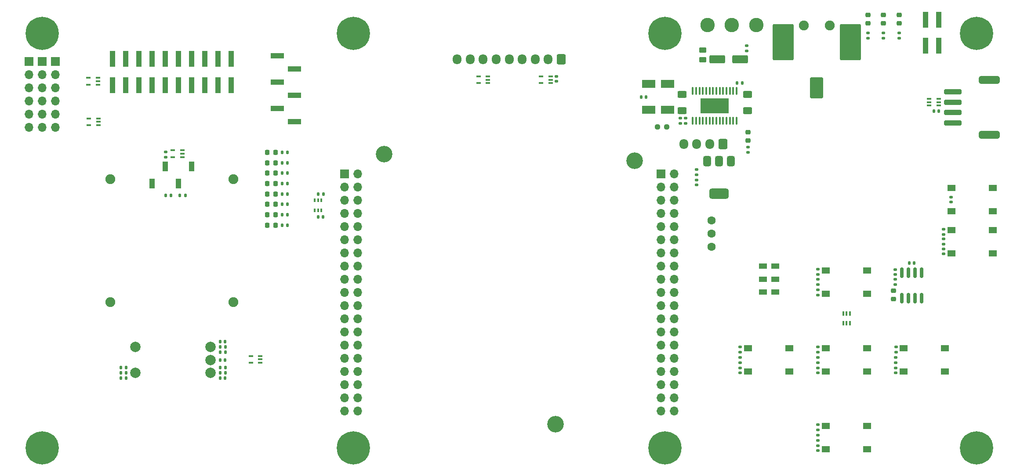
<source format=gbr>
%TF.GenerationSoftware,KiCad,Pcbnew,8.0.4-8.0.4-0~ubuntu22.04.1*%
%TF.CreationDate,2024-08-26T08:57:22+02:00*%
%TF.ProjectId,uC_TP_Boussole_mb,75435f54-505f-4426-9f75-73736f6c655f,rev?*%
%TF.SameCoordinates,Original*%
%TF.FileFunction,Soldermask,Top*%
%TF.FilePolarity,Negative*%
%FSLAX46Y46*%
G04 Gerber Fmt 4.6, Leading zero omitted, Abs format (unit mm)*
G04 Created by KiCad (PCBNEW 8.0.4-8.0.4-0~ubuntu22.04.1) date 2024-08-26 08:57:22*
%MOMM*%
%LPD*%
G01*
G04 APERTURE LIST*
G04 Aperture macros list*
%AMRoundRect*
0 Rectangle with rounded corners*
0 $1 Rounding radius*
0 $2 $3 $4 $5 $6 $7 $8 $9 X,Y pos of 4 corners*
0 Add a 4 corners polygon primitive as box body*
4,1,4,$2,$3,$4,$5,$6,$7,$8,$9,$2,$3,0*
0 Add four circle primitives for the rounded corners*
1,1,$1+$1,$2,$3*
1,1,$1+$1,$4,$5*
1,1,$1+$1,$6,$7*
1,1,$1+$1,$8,$9*
0 Add four rect primitives between the rounded corners*
20,1,$1+$1,$2,$3,$4,$5,0*
20,1,$1+$1,$4,$5,$6,$7,0*
20,1,$1+$1,$6,$7,$8,$9,0*
20,1,$1+$1,$8,$9,$2,$3,0*%
G04 Aperture macros list end*
%ADD10RoundRect,0.135000X0.135000X0.185000X-0.135000X0.185000X-0.135000X-0.185000X0.135000X-0.185000X0*%
%ADD11C,6.400000*%
%ADD12RoundRect,0.100000X-0.325000X0.100000X-0.325000X-0.100000X0.325000X-0.100000X0.325000X0.100000X0*%
%ADD13RoundRect,0.140000X0.140000X0.170000X-0.140000X0.170000X-0.140000X-0.170000X0.140000X-0.170000X0*%
%ADD14RoundRect,0.135000X0.185000X-0.135000X0.185000X0.135000X-0.185000X0.135000X-0.185000X-0.135000X0*%
%ADD15RoundRect,0.218750X-0.218750X-0.256250X0.218750X-0.256250X0.218750X0.256250X-0.218750X0.256250X0*%
%ADD16RoundRect,0.140000X0.170000X-0.140000X0.170000X0.140000X-0.170000X0.140000X-0.170000X-0.140000X0*%
%ADD17R,1.550000X1.300000*%
%ADD18RoundRect,0.100000X-0.100000X-0.325000X0.100000X-0.325000X0.100000X0.325000X-0.100000X0.325000X0*%
%ADD19RoundRect,0.250000X1.250000X0.550000X-1.250000X0.550000X-1.250000X-0.550000X1.250000X-0.550000X0*%
%ADD20RoundRect,0.250000X0.600000X0.725000X-0.600000X0.725000X-0.600000X-0.725000X0.600000X-0.725000X0*%
%ADD21O,1.700000X1.950000*%
%ADD22RoundRect,0.375000X-1.625000X0.375000X-1.625000X-0.375000X1.625000X-0.375000X1.625000X0.375000X0*%
%ADD23RoundRect,0.250000X-1.450000X0.250000X-1.450000X-0.250000X1.450000X-0.250000X1.450000X0.250000X0*%
%ADD24RoundRect,0.135000X-0.185000X0.135000X-0.185000X-0.135000X0.185000X-0.135000X0.185000X0.135000X0*%
%ADD25R,1.700000X1.700000*%
%ADD26O,1.700000X1.700000*%
%ADD27RoundRect,0.218750X-0.256250X0.218750X-0.256250X-0.218750X0.256250X-0.218750X0.256250X0.218750X0*%
%ADD28RoundRect,0.218750X0.256250X-0.218750X0.256250X0.218750X-0.256250X0.218750X-0.256250X-0.218750X0*%
%ADD29RoundRect,0.250000X-1.050000X-0.550000X1.050000X-0.550000X1.050000X0.550000X-1.050000X0.550000X0*%
%ADD30C,2.775000*%
%ADD31RoundRect,0.150000X-0.150000X0.825000X-0.150000X-0.825000X0.150000X-0.825000X0.150000X0.825000X0*%
%ADD32RoundRect,0.250000X-0.450000X0.262500X-0.450000X-0.262500X0.450000X-0.262500X0.450000X0.262500X0*%
%ADD33RoundRect,0.140000X-0.170000X0.140000X-0.170000X-0.140000X0.170000X-0.140000X0.170000X0.140000X0*%
%ADD34R,1.600000X1.000000*%
%ADD35R,2.510000X1.000000*%
%ADD36C,2.000000*%
%ADD37C,1.600000*%
%ADD38RoundRect,0.950000X-0.000010X0.000010X-0.000010X-0.000010X0.000010X-0.000010X0.000010X0.000010X0*%
%ADD39RoundRect,0.200000X1.050000X-1.800000X1.050000X1.800000X-1.050000X1.800000X-1.050000X-1.800000X0*%
%ADD40RoundRect,0.200000X1.800000X-3.300000X1.800000X3.300000X-1.800000X3.300000X-1.800000X-3.300000X0*%
%ADD41C,3.200000*%
%ADD42RoundRect,0.375000X-0.375000X0.625000X-0.375000X-0.625000X0.375000X-0.625000X0.375000X0.625000X0*%
%ADD43RoundRect,0.500000X-1.400000X0.500000X-1.400000X-0.500000X1.400000X-0.500000X1.400000X0.500000X0*%
%ADD44R,1.000000X3.150000*%
%ADD45RoundRect,0.250000X0.625000X-0.400000X0.625000X0.400000X-0.625000X0.400000X-0.625000X-0.400000X0*%
%ADD46RoundRect,0.100000X0.100000X-0.225000X0.100000X0.225000X-0.100000X0.225000X-0.100000X-0.225000X0*%
%ADD47C,1.900000*%
%ADD48R,1.000000X1.900000*%
%ADD49RoundRect,0.135000X-0.135000X-0.185000X0.135000X-0.185000X0.135000X0.185000X-0.135000X0.185000X0*%
%ADD50RoundRect,0.237500X0.250000X0.237500X-0.250000X0.237500X-0.250000X-0.237500X0.250000X-0.237500X0*%
%ADD51RoundRect,0.100000X0.325000X-0.100000X0.325000X0.100000X-0.325000X0.100000X-0.325000X-0.100000X0*%
%ADD52RoundRect,0.140000X-0.140000X-0.170000X0.140000X-0.170000X0.140000X0.170000X-0.140000X0.170000X0*%
%ADD53RoundRect,0.100000X0.100000X-0.637500X0.100000X0.637500X-0.100000X0.637500X-0.100000X-0.637500X0*%
%ADD54R,5.400000X2.850000*%
G04 APERTURE END LIST*
D10*
%TO.C,R507*%
X102322500Y-90000000D03*
X101302500Y-90000000D03*
%TD*%
D11*
%TO.C,H105*%
X235000000Y-135000000D03*
%TD*%
D12*
%TO.C,D501*%
X65800000Y-64925000D03*
X65800000Y-64275000D03*
X65800000Y-63625000D03*
X63950000Y-63625000D03*
X63950000Y-64925000D03*
%TD*%
D13*
%TO.C,C202*%
X171400000Y-67350000D03*
X170440000Y-67350000D03*
%TD*%
D11*
%TO.C,H102*%
X115000000Y-55000000D03*
%TD*%
D14*
%TO.C,R404*%
X220100000Y-56010000D03*
X220100000Y-54990000D03*
%TD*%
D15*
%TO.C,D505*%
X98425000Y-84000000D03*
X100000000Y-84000000D03*
%TD*%
D16*
%TO.C,C403*%
X181100000Y-84280000D03*
X181100000Y-83320000D03*
%TD*%
D17*
%TO.C,SW302*%
X230225000Y-84850000D03*
X238175000Y-84850000D03*
X230225000Y-89350000D03*
X238175000Y-89350000D03*
%TD*%
D18*
%TO.C,D511*%
X210650000Y-109075000D03*
X210000000Y-109075000D03*
X209350000Y-109075000D03*
X209350000Y-110925000D03*
X210000000Y-110925000D03*
X210650000Y-110925000D03*
%TD*%
D19*
%TO.C,C402*%
X189500000Y-60000000D03*
X185100000Y-60000000D03*
%TD*%
D20*
%TO.C,J701*%
X155000000Y-60000000D03*
D21*
X152500000Y-60000000D03*
X150000000Y-60000000D03*
X147500000Y-60000000D03*
X145000000Y-60000000D03*
X142500000Y-60000000D03*
X140000000Y-60000000D03*
X137500000Y-60000000D03*
X135000000Y-60000000D03*
%TD*%
D13*
%TO.C,C901*%
X90280000Y-121500000D03*
X89320000Y-121500000D03*
%TD*%
D10*
%TO.C,R802*%
X79810000Y-86300000D03*
X78790000Y-86300000D03*
%TD*%
D22*
%TO.C,J302*%
X237500000Y-64000000D03*
X237500000Y-74600000D03*
D23*
X230500000Y-66300000D03*
X230500000Y-68300000D03*
X230500000Y-70300000D03*
X230500000Y-72300000D03*
%TD*%
D14*
%TO.C,R402*%
X214100000Y-56010000D03*
X214100000Y-54990000D03*
%TD*%
%TO.C,R512*%
X204510000Y-118510000D03*
X204510000Y-117490000D03*
%TD*%
D24*
%TO.C,R204*%
X191000000Y-76980000D03*
X191000000Y-78000000D03*
%TD*%
D15*
%TO.C,D508*%
X98425000Y-90000000D03*
X100000000Y-90000000D03*
%TD*%
D25*
%TO.C,J502*%
X55000000Y-60500000D03*
D26*
X55000000Y-63040000D03*
X55000000Y-65580000D03*
X55000000Y-68120000D03*
X55000000Y-70660000D03*
X55000000Y-73200000D03*
%TD*%
D27*
%TO.C,D401*%
X214100000Y-51512500D03*
X214100000Y-53087500D03*
%TD*%
D28*
%TO.C,D301*%
X219060000Y-106257500D03*
X219060000Y-104682500D03*
%TD*%
D11*
%TO.C,H104*%
X235000000Y-55000000D03*
%TD*%
D12*
%TO.C,D901*%
X97075000Y-118550000D03*
X97075000Y-117900000D03*
X97075000Y-117250000D03*
X95225000Y-117250000D03*
X95225000Y-118550000D03*
%TD*%
D15*
%TO.C,D507*%
X98425000Y-88000000D03*
X100000000Y-88000000D03*
%TD*%
%TO.C,D509*%
X98425000Y-92000000D03*
X100000000Y-92000000D03*
%TD*%
D29*
%TO.C,C203*%
X171900000Y-64800000D03*
X175500000Y-64800000D03*
%TD*%
D30*
%TO.C,SW401*%
X192600000Y-53400000D03*
X187900000Y-53400000D03*
X183200000Y-53400000D03*
%TD*%
D16*
%TO.C,C304*%
X230100000Y-87580000D03*
X230100000Y-86620000D03*
%TD*%
D31*
%TO.C,U301*%
X224465000Y-101175000D03*
X223195000Y-101175000D03*
X221925000Y-101175000D03*
X220655000Y-101175000D03*
X220655000Y-106125000D03*
X221925000Y-106125000D03*
X223195000Y-106125000D03*
X224465000Y-106125000D03*
%TD*%
D12*
%TO.C,D801*%
X82050000Y-78900000D03*
X82050000Y-78250000D03*
X82050000Y-77600000D03*
X80200000Y-77600000D03*
X80200000Y-78900000D03*
%TD*%
D27*
%TO.C,D201*%
X191000000Y-74102500D03*
X191000000Y-75677500D03*
%TD*%
D32*
%TO.C,R401*%
X182300000Y-58300000D03*
X182300000Y-60125000D03*
%TD*%
D33*
%TO.C,C503*%
X204480000Y-119520000D03*
X204480000Y-120480000D03*
%TD*%
D34*
%TO.C,SW303*%
X193875000Y-104950000D03*
X193875000Y-102450000D03*
X193875000Y-99950000D03*
X196275000Y-104950000D03*
X196275000Y-102450000D03*
X196275000Y-99950000D03*
%TD*%
D10*
%TO.C,R904*%
X90310000Y-116500000D03*
X89290000Y-116500000D03*
%TD*%
D35*
%TO.C,J303*%
X100345000Y-59350000D03*
X103655000Y-61890000D03*
X100345000Y-64430000D03*
X103655000Y-66970000D03*
X100345000Y-69510000D03*
X103655000Y-72050000D03*
%TD*%
D15*
%TO.C,D506*%
X98425000Y-86000000D03*
X100000000Y-86000000D03*
%TD*%
D14*
%TO.C,R514*%
X204500000Y-101510000D03*
X204500000Y-100490000D03*
%TD*%
D10*
%TO.C,R902*%
X90310000Y-115500000D03*
X89290000Y-115500000D03*
%TD*%
D14*
%TO.C,R301*%
X228710000Y-93790000D03*
X228710000Y-92770000D03*
%TD*%
D13*
%TO.C,C601*%
X109170000Y-90400000D03*
X108210000Y-90400000D03*
%TD*%
D36*
%TO.C,SW901*%
X87500000Y-120500000D03*
X87500000Y-115500000D03*
X87500000Y-118000000D03*
X73000000Y-120500000D03*
X73000000Y-115500000D03*
%TD*%
D27*
%TO.C,D403*%
X220100000Y-51512500D03*
X220100000Y-53087500D03*
%TD*%
D11*
%TO.C,H103*%
X175000000Y-55000000D03*
%TD*%
D37*
%TO.C,U401*%
X184000000Y-91120000D03*
X184000000Y-93660000D03*
X184000000Y-96200000D03*
%TD*%
D24*
%TO.C,R302*%
X228700000Y-94670000D03*
X228700000Y-95690000D03*
%TD*%
D16*
%TO.C,C301*%
X219360000Y-101550000D03*
X219360000Y-100590000D03*
%TD*%
D13*
%TO.C,C305*%
X227760000Y-70000000D03*
X226800000Y-70000000D03*
%TD*%
D24*
%TO.C,R303*%
X219360000Y-102460000D03*
X219360000Y-103480000D03*
%TD*%
D38*
%TO.C,J403*%
X201750000Y-53500000D03*
X206750000Y-53500000D03*
D39*
X204250000Y-65500000D03*
D40*
X197750000Y-56750000D03*
X210750000Y-56740000D03*
%TD*%
D14*
%TO.C,R510*%
X189500000Y-116510000D03*
X189500000Y-115490000D03*
%TD*%
%TO.C,R515*%
X204500000Y-116510000D03*
X204500000Y-115490000D03*
%TD*%
D13*
%TO.C,C904*%
X90280000Y-118000000D03*
X89320000Y-118000000D03*
%TD*%
D17*
%TO.C,SW502*%
X206025000Y-100750000D03*
X213975000Y-100750000D03*
X206025000Y-105250000D03*
X213975000Y-105250000D03*
%TD*%
D13*
%TO.C,C902*%
X90280000Y-114500000D03*
X89320000Y-114500000D03*
%TD*%
D11*
%TO.C,H101*%
X55000000Y-55000000D03*
%TD*%
D41*
%TO.C,U501*%
X120870000Y-78330000D03*
X153890000Y-130400000D03*
X169130000Y-79600000D03*
D25*
X113250000Y-82140000D03*
D26*
X115790000Y-82140000D03*
X113250000Y-84680000D03*
X115790000Y-84680000D03*
X113250000Y-87220000D03*
X115790000Y-87220000D03*
X113250000Y-89760000D03*
X115790000Y-89760000D03*
X113250000Y-92300000D03*
X115790000Y-92300000D03*
X113250000Y-94840000D03*
X115790000Y-94840000D03*
X113250000Y-97380000D03*
X115790000Y-97380000D03*
X113250000Y-99920000D03*
X115790000Y-99920000D03*
X113250000Y-102460000D03*
X115790000Y-102460000D03*
X113250000Y-105000000D03*
X115790000Y-105000000D03*
X113250000Y-107540000D03*
X115790000Y-107540000D03*
X113250000Y-110080000D03*
X115790000Y-110080000D03*
X113250000Y-112620000D03*
X115790000Y-112620000D03*
X113250000Y-115160000D03*
X115790000Y-115160000D03*
X113250000Y-117700000D03*
X115790000Y-117700000D03*
X113250000Y-120240000D03*
X115790000Y-120240000D03*
X113250000Y-122780000D03*
X115790000Y-122780000D03*
X113250000Y-125320000D03*
X115790000Y-125320000D03*
X113250000Y-127860000D03*
X115790000Y-127860000D03*
D25*
X174210000Y-82150000D03*
D26*
X176750000Y-82150000D03*
X174210000Y-84680000D03*
X176750000Y-84680000D03*
X174210000Y-87220000D03*
X176750000Y-87220000D03*
X174210000Y-89760000D03*
X176750000Y-89760000D03*
X174210000Y-92300000D03*
X176750000Y-92300000D03*
X174210000Y-94840000D03*
X176750000Y-94840000D03*
X174210000Y-97380000D03*
X176750000Y-97380000D03*
X174210000Y-99920000D03*
X176750000Y-99920000D03*
X174210000Y-102460000D03*
X176750000Y-102460000D03*
X174210000Y-105000000D03*
X176750000Y-105000000D03*
X174210000Y-107540000D03*
X176750000Y-107540000D03*
X174210000Y-110080000D03*
X176750000Y-110080000D03*
X174210000Y-112620000D03*
X176750000Y-112620000D03*
X174210000Y-115160000D03*
X176750000Y-115160000D03*
X174210000Y-117700000D03*
X176750000Y-117700000D03*
X174210000Y-120240000D03*
X176750000Y-120240000D03*
X174210000Y-122780000D03*
X176750000Y-122780000D03*
X174210000Y-125320000D03*
X176750000Y-125320000D03*
X174210000Y-127860000D03*
X176750000Y-127860000D03*
%TD*%
D17*
%TO.C,SW504*%
X206025000Y-130750000D03*
X213975000Y-130750000D03*
X206025000Y-135250000D03*
X213975000Y-135250000D03*
%TD*%
%TO.C,SW503*%
X206025000Y-115750000D03*
X213975000Y-115750000D03*
X206025000Y-120250000D03*
X213975000Y-120250000D03*
%TD*%
D11*
%TO.C,H107*%
X115000000Y-135000000D03*
%TD*%
D14*
%TO.C,R509*%
X189500000Y-118510000D03*
X189500000Y-117490000D03*
%TD*%
%TO.C,R513*%
X204500000Y-133510000D03*
X204500000Y-132490000D03*
%TD*%
%TO.C,R511*%
X204500000Y-103510000D03*
X204500000Y-102490000D03*
%TD*%
D29*
%TO.C,C201*%
X171900000Y-69800000D03*
X175500000Y-69800000D03*
%TD*%
D10*
%TO.C,R506*%
X102322500Y-88000000D03*
X101302500Y-88000000D03*
%TD*%
D33*
%TO.C,C505*%
X219500000Y-119520000D03*
X219500000Y-120480000D03*
%TD*%
D42*
%TO.C,U402*%
X187700000Y-79650000D03*
X185400000Y-79650000D03*
D43*
X185400000Y-85950000D03*
D42*
X183100000Y-79650000D03*
%TD*%
D25*
%TO.C,J501*%
X52460000Y-60500000D03*
D26*
X52460000Y-63040000D03*
X52460000Y-65580000D03*
X52460000Y-68120000D03*
X52460000Y-70660000D03*
X52460000Y-73200000D03*
%TD*%
D44*
%TO.C,J402*%
X227770000Y-52375000D03*
X227770000Y-57425000D03*
X225230000Y-52375000D03*
X225230000Y-57425000D03*
%TD*%
D10*
%TO.C,R906*%
X71210000Y-120500000D03*
X70190000Y-120500000D03*
%TD*%
D45*
%TO.C,R202*%
X178300000Y-69950000D03*
X178300000Y-66850000D03*
%TD*%
D46*
%TO.C,U601*%
X107535000Y-89140000D03*
X108185000Y-89140000D03*
X108835000Y-89140000D03*
X108835000Y-87240000D03*
X108185000Y-87240000D03*
X107535000Y-87240000D03*
%TD*%
D13*
%TO.C,C302*%
X223040000Y-99350000D03*
X222080000Y-99350000D03*
%TD*%
%TO.C,C206*%
X189880000Y-64600000D03*
X188920000Y-64600000D03*
%TD*%
D27*
%TO.C,D402*%
X217100000Y-51512500D03*
X217100000Y-53087500D03*
%TD*%
D10*
%TO.C,R503*%
X102312500Y-82000000D03*
X101292500Y-82000000D03*
%TD*%
D15*
%TO.C,D502*%
X98425000Y-78000000D03*
X100000000Y-78000000D03*
%TD*%
D16*
%TO.C,C801*%
X78800000Y-78880000D03*
X78800000Y-77920000D03*
%TD*%
D47*
%TO.C,J801*%
X68150000Y-83150000D03*
X68150000Y-106850000D03*
X91850000Y-83150000D03*
X91850000Y-106850000D03*
D48*
X76190000Y-84020000D03*
X78730000Y-80720000D03*
X81270000Y-84020000D03*
X83810000Y-80720000D03*
%TD*%
D25*
%TO.C,J503*%
X57540000Y-60500000D03*
D26*
X57540000Y-63040000D03*
X57540000Y-65580000D03*
X57540000Y-68120000D03*
X57540000Y-70660000D03*
X57540000Y-73200000D03*
%TD*%
D15*
%TO.C,D504*%
X98425000Y-82000000D03*
X100000000Y-82000000D03*
%TD*%
%TO.C,D503*%
X98425000Y-80000000D03*
X100000000Y-80000000D03*
%TD*%
D33*
%TO.C,C205*%
X178000000Y-71420000D03*
X178000000Y-72380000D03*
%TD*%
D10*
%TO.C,R505*%
X102322500Y-86000000D03*
X101302500Y-86000000D03*
%TD*%
%TO.C,R508*%
X102322500Y-92000000D03*
X101302500Y-92000000D03*
%TD*%
D44*
%TO.C,J504*%
X91430000Y-59950000D03*
X91430000Y-65000000D03*
X88890000Y-59950000D03*
X88890000Y-65000000D03*
X86350000Y-59950000D03*
X86350000Y-65000000D03*
X83810000Y-59950000D03*
X83810000Y-65000000D03*
X81270000Y-59950000D03*
X81270000Y-65000000D03*
X78730000Y-59950000D03*
X78730000Y-65000000D03*
X76190000Y-59950000D03*
X76190000Y-65000000D03*
X73650000Y-59950000D03*
X73650000Y-65000000D03*
X71110000Y-59950000D03*
X71110000Y-65000000D03*
X68570000Y-59950000D03*
X68570000Y-65000000D03*
%TD*%
D33*
%TO.C,C401*%
X181100000Y-81320000D03*
X181100000Y-82280000D03*
%TD*%
D17*
%TO.C,SW505*%
X221025000Y-115750000D03*
X228975000Y-115750000D03*
X221025000Y-120250000D03*
X228975000Y-120250000D03*
%TD*%
D14*
%TO.C,R516*%
X204510000Y-131510000D03*
X204510000Y-130490000D03*
%TD*%
D10*
%TO.C,R504*%
X102312500Y-84000000D03*
X101292500Y-84000000D03*
%TD*%
D33*
%TO.C,C501*%
X189480000Y-119520000D03*
X189480000Y-120480000D03*
%TD*%
D12*
%TO.C,D701*%
X153000000Y-64625000D03*
X153000000Y-63975000D03*
X153000000Y-63325000D03*
X151150000Y-63325000D03*
X151150000Y-64625000D03*
%TD*%
D49*
%TO.C,R905*%
X70190000Y-119500000D03*
X71210000Y-119500000D03*
%TD*%
D11*
%TO.C,H108*%
X55000000Y-135000000D03*
%TD*%
D33*
%TO.C,C502*%
X204500000Y-104520000D03*
X204500000Y-105480000D03*
%TD*%
D17*
%TO.C,SW301*%
X230225000Y-92950000D03*
X238175000Y-92950000D03*
X230225000Y-97450000D03*
X238175000Y-97450000D03*
%TD*%
D33*
%TO.C,C504*%
X204500000Y-134520000D03*
X204500000Y-135480000D03*
%TD*%
%TO.C,C303*%
X228700000Y-96600000D03*
X228700000Y-97560000D03*
%TD*%
%TO.C,C701*%
X154075000Y-63320000D03*
X154075000Y-64280000D03*
%TD*%
D12*
%TO.C,D510*%
X65900000Y-72750000D03*
X65900000Y-72100000D03*
X65900000Y-71450000D03*
X64050000Y-71450000D03*
X64050000Y-72750000D03*
%TD*%
D50*
%TO.C,R201*%
X175362500Y-73050000D03*
X173537500Y-73050000D03*
%TD*%
D10*
%TO.C,R502*%
X102322500Y-80000000D03*
X101302500Y-80000000D03*
%TD*%
%TO.C,R601*%
X109210000Y-86000000D03*
X108190000Y-86000000D03*
%TD*%
D49*
%TO.C,R801*%
X81580000Y-86300000D03*
X82600000Y-86300000D03*
%TD*%
D10*
%TO.C,R501*%
X102322500Y-78000000D03*
X101302500Y-78000000D03*
%TD*%
D14*
%TO.C,R518*%
X219510000Y-116510000D03*
X219510000Y-115490000D03*
%TD*%
D45*
%TO.C,R203*%
X190900000Y-69950000D03*
X190900000Y-66850000D03*
%TD*%
D51*
%TO.C,D302*%
X225875000Y-67650000D03*
X225875000Y-68300000D03*
X225875000Y-68950000D03*
X227725000Y-68950000D03*
X227725000Y-68300000D03*
X227725000Y-67650000D03*
%TD*%
D16*
%TO.C,C204*%
X179000000Y-72380000D03*
X179000000Y-71420000D03*
%TD*%
%TO.C,C404*%
X190800000Y-58400000D03*
X190800000Y-57440000D03*
%TD*%
D17*
%TO.C,SW501*%
X191025000Y-115750000D03*
X198975000Y-115750000D03*
X191025000Y-120250000D03*
X198975000Y-120250000D03*
%TD*%
D10*
%TO.C,R901*%
X90310000Y-120500000D03*
X89290000Y-120500000D03*
%TD*%
D52*
%TO.C,C903*%
X70220000Y-121500000D03*
X71180000Y-121500000D03*
%TD*%
D53*
%TO.C,U201*%
X180375000Y-71887500D03*
X181025000Y-71887500D03*
X181675000Y-71887500D03*
X182325000Y-71887500D03*
X182975000Y-71887500D03*
X183625000Y-71887500D03*
X184275000Y-71887500D03*
X184925000Y-71887500D03*
X185575000Y-71887500D03*
X186225000Y-71887500D03*
X186875000Y-71887500D03*
X187525000Y-71887500D03*
X188175000Y-71887500D03*
X188825000Y-71887500D03*
X188825000Y-66162500D03*
X188175000Y-66162500D03*
X187525000Y-66162500D03*
X186875000Y-66162500D03*
X186225000Y-66162500D03*
X185575000Y-66162500D03*
X184925000Y-66162500D03*
X184275000Y-66162500D03*
X183625000Y-66162500D03*
X182975000Y-66162500D03*
X182325000Y-66162500D03*
X181675000Y-66162500D03*
X181025000Y-66162500D03*
X180375000Y-66162500D03*
D54*
X184600000Y-69025000D03*
%TD*%
D10*
%TO.C,R903*%
X90310000Y-119500000D03*
X89290000Y-119500000D03*
%TD*%
D12*
%TO.C,D702*%
X140925000Y-64625000D03*
X140925000Y-63975000D03*
X140925000Y-63325000D03*
X139075000Y-63325000D03*
X139075000Y-64625000D03*
%TD*%
D11*
%TO.C,H106*%
X175000000Y-135000000D03*
%TD*%
D14*
%TO.C,R517*%
X219500000Y-118510000D03*
X219500000Y-117490000D03*
%TD*%
%TO.C,R403*%
X217100000Y-56010000D03*
X217100000Y-54990000D03*
%TD*%
D20*
%TO.C,J201*%
X186150000Y-76375000D03*
D21*
X183650000Y-76375000D03*
X181150000Y-76375000D03*
X178650000Y-76375000D03*
%TD*%
M02*

</source>
